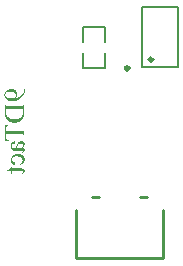
<source format=gbo>
G04 Layer: BottomSilkscreenLayer*
G04 EasyEDA Pro v2.2.25.6, 2024-08-18 10:38:01*
G04 Gerber Generator version 0.3*
G04 Scale: 100 percent, Rotated: No, Reflected: No*
G04 Dimensions in millimeters*
G04 Leading zeros omitted, absolute positions, 3 integers and 5 decimals*
%FSLAX35Y35*%
%MOMM*%
%ADD10C,0.254*%
%ADD11C,0.1524*%
%ADD12C,0.3*%
G75*


G04 Text Start*
G36*
G01X579550Y676804D02*
G01X579100Y676781D01*
G01X578698Y676899D01*
G01X578366Y677183D01*
G01X578129Y677657D01*
G01X577987Y678319D01*
G01X577940Y679172D01*
G01X577970Y679628D01*
G01X578059Y680048D01*
G01X578206Y680432D01*
G01X578414Y680782D01*
G01X578680Y681095D01*
G01X579005Y681374D01*
G01X579390Y681616D01*
G01X580710Y682226D01*
G01X581444Y682676D01*
G01X582036Y683173D01*
G01X582486Y683717D01*
G01X583338Y684759D01*
G01X584380Y685611D01*
G01X584900Y686037D01*
G01X585326Y686558D01*
G01X585658Y687174D01*
G01X585895Y687884D01*
G01X586652Y690535D01*
G01X586842Y691198D01*
G01X587220Y693092D01*
G01X587528Y695578D01*
G01X587505Y696691D01*
G01X587339Y697661D01*
G01X587203Y698093D01*
G01X586273Y699910D01*
G01X585516Y701142D01*
G01X585066Y701686D01*
G01X584474Y702183D01*
G01X583740Y702633D01*
G01X582864Y703035D01*
G01X580237Y704172D01*
G01X579455Y704551D01*
G01X579113Y704642D01*
G01X577515Y704808D01*
G01X558931Y705234D01*
G01X537410Y705308D01*
G01X496880Y705308D01*
G01X497259Y702657D01*
G01X497387Y701423D01*
G01X497584Y696679D01*
G01X497637Y690535D01*
G01X497543Y686321D01*
G01X497387Y684217D01*
G01X497210Y682826D01*
G01X496921Y681454D01*
G01X496637Y680649D01*
G01X496477Y680344D01*
G01X496306Y680104D01*
G01X495317Y679432D01*
G01X494418Y679077D01*
G01X493423Y678864D01*
G01X492334Y678793D01*
G01X491269Y678864D01*
G01X490346Y679077D01*
G01X489937Y679237D01*
G01X489564Y679432D01*
G01X489227Y679663D01*
G01X488925Y679929D01*
G01X488659Y680385D01*
G01X488428Y681184D01*
G01X488233Y682326D01*
G01X487948Y685641D01*
G01X487789Y693187D01*
G01X487789Y705308D01*
G01X452183Y705308D01*
G01X451739Y707658D01*
G01X451733Y708078D01*
G01X451786Y708463D01*
G01X451899Y708812D01*
G01X452070Y709126D01*
G01X452301Y709404D01*
G01X452591Y709647D01*
G01X452940Y709854D01*
G01X454183Y710422D01*
G01X456728Y711369D01*
G01X457770Y711748D01*
G01X458977Y712316D01*
G01X459545Y712695D01*
G01X460185Y713239D01*
G01X460705Y713547D01*
G01X461321Y713807D01*
G01X463452Y714494D01*
G01X464683Y715157D01*
G01X466008Y715914D01*
G01X468589Y717051D01*
G01X469637Y717619D01*
G01X470158Y717998D01*
G01X471714Y719323D01*
G01X473300Y720460D01*
G01X475099Y722069D01*
G01X477135Y723679D01*
G01X478272Y724816D01*
G01X479100Y725905D01*
G01X479550Y726331D01*
G01X480047Y726662D01*
G01X481136Y727136D01*
G01X481634Y727467D01*
G01X482083Y727893D01*
G01X482888Y728959D01*
G01X483835Y729906D01*
G01X484900Y730711D01*
G01X485327Y731160D01*
G01X485658Y731657D01*
G01X486108Y732747D01*
G01X486368Y733244D01*
G01X486676Y733693D01*
G01X487410Y734498D01*
G01X488546Y735990D01*
G01X490062Y738263D01*
G01X490819Y739588D01*
G01X491784Y741743D01*
G01X492026Y742145D01*
G01X492305Y742500D01*
G01X492618Y742808D01*
G01X492968Y743068D01*
G01X493352Y743281D01*
G01X493772Y743447D01*
G01X494228Y743566D01*
G01X494684Y743631D01*
G01X495104Y743637D01*
G01X495489Y743583D01*
G01X495838Y743471D01*
G01X496152Y743299D01*
G01X496430Y743068D01*
G01X496673Y742779D01*
G01X496880Y742429D01*
G01X497057Y741974D01*
G01X497341Y740601D01*
G01X497531Y738612D01*
G01X497637Y734475D01*
G01X497543Y729456D01*
G01X497387Y727762D01*
G01X497304Y727395D01*
G01X497448Y726615D01*
G01X498774Y726142D01*
G01X499166Y726096D01*
G01X508043Y725882D01*
G01X542334Y725763D01*
G01X582249Y725337D01*
G01X584510Y725183D01*
G01X585286Y725074D01*
G01X586273Y724650D01*
G01X587789Y724082D01*
G01X589327Y723632D01*
G01X590156Y723301D01*
G01X591032Y722874D01*
G01X591955Y722354D01*
G01X594986Y720460D01*
G01X595554Y720010D01*
G01X596122Y719418D01*
G01X596690Y718684D01*
G01X597258Y717808D01*
G01X598750Y715180D01*
G01X599152Y714399D01*
G01X600099Y712357D01*
G01X601591Y708788D01*
G01X601804Y708338D01*
G01X601969Y707770D01*
G01X602088Y706823D01*
G01X602182Y703793D01*
G01X602129Y701325D01*
G01X602035Y700094D01*
G01X601850Y699021D01*
G01X600667Y695838D01*
G01X600099Y694525D01*
G01X599342Y693104D01*
G01X598395Y691577D01*
G01X597235Y689446D01*
G01X596785Y688831D01*
G01X596288Y688310D01*
G01X595199Y687481D01*
G01X594252Y686535D01*
G01X592997Y684948D01*
G01X591955Y684096D01*
G01X590464Y682960D01*
G01X589611Y682178D01*
G01X589020Y681729D01*
G01X587410Y680687D01*
G01X585989Y679888D01*
G01X584569Y679195D01*
G01X582308Y678225D01*
G01X580888Y677467D01*
G01X580047Y676970D01*
G01X579550Y676804D01*
G37*
G36*
G01X559220Y754864D02*
G01X558740Y754858D01*
G01X558320Y754912D01*
G01X557959Y755024D01*
G01X557657Y755196D01*
G01X557415Y755426D01*
G01X557231Y755716D01*
G01X557107Y756066D01*
G01X557012Y756776D01*
G01X557107Y757391D01*
G01X557391Y757912D01*
G01X557865Y758338D01*
G01X559190Y759096D01*
G01X562315Y760475D01*
G01X563736Y761203D01*
G01X567311Y763239D01*
G01X569417Y764399D01*
G01X570163Y764967D01*
G01X571714Y766293D01*
G01X572803Y767074D01*
G01X573750Y768021D01*
G01X575004Y769607D01*
G01X576046Y770459D01*
G01X576591Y770886D01*
G01X577088Y771406D01*
G01X577538Y772022D01*
G01X578698Y774058D01*
G01X579266Y774804D01*
G01X579834Y775455D01*
G01X580592Y776781D01*
G01X581539Y778971D01*
G01X582296Y780391D01*
G01X582841Y781350D01*
G01X583148Y782202D01*
G01X583409Y783244D01*
G01X584001Y786747D01*
G01X584468Y788594D01*
G01X584664Y790156D01*
G01X584752Y792571D01*
G01X584758Y793566D01*
G01X584686Y796631D01*
G01X584508Y798336D01*
G01X584380Y798869D01*
G01X583243Y802278D01*
G01X582675Y803822D01*
G01X581917Y805385D01*
G01X580970Y806918D01*
G01X579787Y809120D01*
G01X579266Y809948D01*
G01X577940Y811747D01*
G01X577206Y812623D01*
G01X576520Y813357D01*
G01X575579Y814192D01*
G01X574247Y815156D01*
G01X572992Y816293D01*
G01X571501Y817429D01*
G01X569228Y818944D01*
G01X567902Y819702D01*
G01X564884Y821028D01*
G01X563463Y821785D01*
G01X561842Y822732D01*
G01X560137Y823490D01*
G01X556533Y824815D01*
G01X555970Y825005D01*
G01X551046Y826520D01*
G01X548951Y827035D01*
G01X546643Y827443D01*
G01X538925Y828414D01*
G01X536723Y828645D01*
G01X533125Y828787D01*
G01X532107Y828793D01*
G01X529041Y828720D01*
G01X527337Y828543D01*
G01X526804Y828414D01*
G01X525478Y828130D01*
G01X522874Y828012D01*
G01X521359Y827822D01*
G01X516955Y826520D01*
G01X515126Y825952D01*
G01X513617Y825384D01*
G01X510747Y824058D01*
G01X508456Y823087D01*
G01X507580Y822637D01*
G01X506752Y822140D01*
G01X503319Y819702D01*
G01X502277Y818850D01*
G01X501023Y817263D01*
G01X500076Y816316D01*
G01X498987Y815488D01*
G01X498489Y814967D01*
G01X498040Y814351D01*
G01X496880Y812221D01*
G01X495933Y810682D01*
G01X495365Y809475D01*
G01X494986Y808433D01*
G01X494607Y807202D01*
G01X494145Y805373D01*
G01X493956Y804331D01*
G01X493826Y802301D01*
G01X493636Y800976D01*
G01X493305Y799768D01*
G01X493116Y798253D01*
G01X493116Y796454D01*
G01X493305Y794939D01*
G01X494607Y790914D01*
G01X495009Y789872D01*
G01X495459Y789020D01*
G01X495956Y788357D01*
G01X496223Y788097D01*
G01X497045Y787481D01*
G01X497992Y786534D01*
G01X498821Y785469D01*
G01X499342Y785043D01*
G01X499957Y784711D01*
G01X501425Y784262D01*
G01X502940Y783693D01*
G01X504479Y783007D01*
G01X505308Y782770D01*
G01X506184Y782628D01*
G01X508007Y782557D01*
G01X509522Y782368D01*
G01X510776Y782012D01*
G01X512481Y781634D01*
G01X514659Y781184D01*
G01X515724Y780782D01*
G01X516742Y780237D01*
G01X517713Y779550D01*
G01X518589Y778769D01*
G01X519323Y777941D01*
G01X519915Y777065D01*
G01X520364Y776141D01*
G01X520879Y774721D01*
G01X521288Y773300D01*
G01X521501Y772354D01*
G01X522259Y768566D01*
G01X522436Y767252D01*
G01X522436Y766494D01*
G01X522341Y765831D01*
G01X522259Y765535D01*
G01X521122Y762505D01*
G01X520720Y761653D01*
G01X520270Y760990D01*
G01X520027Y760729D01*
G01X519773Y760516D01*
G01X519506Y760351D01*
G01X518684Y760019D01*
G01X518186Y759759D01*
G01X517737Y759451D01*
G01X516884Y758741D01*
G01X516293Y758433D01*
G01X515559Y758173D01*
G01X514683Y757960D01*
G01X512694Y757675D01*
G01X510516Y757581D01*
G01X508918Y757687D01*
G01X507971Y757877D01*
G01X507119Y758161D01*
G01X504686Y759285D01*
G01X502443Y760256D01*
G01X501709Y760706D01*
G01X501117Y761203D01*
G01X500668Y761748D01*
G01X500265Y762268D01*
G01X499815Y762694D01*
G01X499318Y763026D01*
G01X498229Y763499D01*
G01X497732Y763831D01*
G01X497282Y764257D01*
G01X496477Y765322D01*
G01X495530Y766269D01*
G01X494465Y767074D01*
G01X494039Y767524D01*
G01X493707Y768021D01*
G01X493234Y769157D01*
G01X492476Y770483D01*
G01X491156Y772354D01*
G01X490464Y773490D01*
G01X490062Y774247D01*
G01X489115Y776289D01*
G01X488546Y777657D01*
G01X487221Y781350D01*
G01X486842Y783244D01*
G01X486274Y786747D01*
G01X485895Y788263D01*
G01X485806Y788641D01*
G01X485664Y789967D01*
G01X485522Y794891D01*
G01X485516Y796596D01*
G01X485623Y802532D01*
G01X485806Y804550D01*
G01X486084Y805568D01*
G01X486463Y807273D01*
G01X486865Y809427D01*
G01X487126Y810422D01*
G01X487434Y811321D01*
G01X488736Y814168D01*
G01X489872Y816849D01*
G01X490630Y818270D01*
G01X491577Y819796D01*
G01X492760Y821998D01*
G01X493281Y822827D01*
G01X494607Y824626D01*
G01X496454Y827041D01*
G01X497282Y828201D01*
G01X498229Y829148D01*
G01X499815Y830403D01*
G01X501070Y831989D01*
G01X502017Y832936D01*
G01X503603Y834190D01*
G01X504455Y835232D01*
G01X504858Y835753D01*
G01X505308Y836179D01*
G01X505805Y836511D01*
G01X506941Y836984D01*
G01X508267Y837742D01*
G01X510137Y839061D01*
G01X511274Y839754D01*
G01X513452Y840914D01*
G01X515298Y842050D01*
G01X516008Y842429D01*
G01X517713Y843187D01*
G01X521317Y844512D01*
G01X521880Y844702D01*
G01X526804Y846217D01*
G01X528899Y846732D01*
G01X531207Y847140D01*
G01X538925Y848111D01*
G01X541233Y848342D01*
G01X545305Y848484D01*
G01X546501Y848490D01*
G01X550084Y848417D01*
G01X552002Y848240D01*
G01X552562Y848111D01*
G01X553201Y847945D01*
G01X554905Y847756D01*
G01X557959Y847637D01*
G01X559078Y847442D01*
G01X560019Y847164D01*
G01X561723Y846785D01*
G01X564777Y846217D01*
G01X569607Y844702D01*
G01X571690Y843944D01*
G01X575436Y842240D01*
G01X577727Y841269D01*
G01X578603Y840819D01*
G01X579432Y840322D01*
G01X582864Y837884D01*
G01X584995Y836321D01*
G01X588309Y833764D01*
G01X589469Y832936D01*
G01X590416Y831989D01*
G01X592381Y829314D01*
G01X593092Y828414D01*
G01X594690Y826490D01*
G01X596216Y824721D01*
G01X597258Y823111D01*
G01X598057Y821691D01*
G01X598750Y820270D01*
G01X599720Y818009D01*
G01X600478Y816589D01*
G01X601022Y815653D01*
G01X601330Y814872D01*
G01X601591Y813949D01*
G01X602182Y810895D01*
G01X603319Y807202D01*
G01X603485Y806397D01*
G01X603603Y805119D01*
G01X603698Y801141D01*
G01X603625Y797558D01*
G01X603448Y795640D01*
G01X603129Y794441D01*
G01X602751Y792737D01*
G01X602182Y789683D01*
G01X601804Y788263D01*
G01X600667Y785232D01*
G01X600099Y783918D01*
G01X599342Y782498D01*
G01X598395Y780971D01*
G01X596879Y778225D01*
G01X596311Y777479D01*
G01X594986Y775928D01*
G01X593849Y774342D01*
G01X592713Y773087D01*
G01X591576Y771596D01*
G01X590724Y770554D01*
G01X589683Y769702D01*
G01X587552Y768139D01*
G01X582864Y764399D01*
G01X581917Y763689D01*
G01X580970Y763073D01*
G01X580023Y762552D01*
G01X577763Y761558D01*
G01X576342Y760800D01*
G01X574720Y759853D01*
G01X573016Y759096D01*
G01X569228Y757581D01*
G01X567145Y756823D01*
G01X564683Y756066D01*
G01X562126Y755403D01*
G01X559758Y754929D01*
G01X559220Y754864D01*
G37*
G36*
G01X583433Y857770D02*
G01X582344Y857628D01*
G01X580970Y857580D01*
G01X579692Y857652D01*
G01X579230Y857740D01*
G01X578887Y857865D01*
G01X578662Y858024D01*
G01X578568Y858451D01*
G01X578698Y858717D01*
G01X579550Y859759D01*
G01X581136Y861013D01*
G01X582083Y861960D01*
G01X583243Y863546D01*
G01X584403Y864849D01*
G01X584853Y865440D01*
G01X585895Y867050D01*
G01X586392Y867997D01*
G01X586747Y868944D01*
G01X586960Y869891D01*
G01X587031Y870838D01*
G01X587007Y871300D01*
G01X586936Y871738D01*
G01X586818Y872152D01*
G01X586652Y872543D01*
G01X586439Y872910D01*
G01X586179Y873253D01*
G01X585871Y873573D01*
G01X584711Y874413D01*
G01X583811Y874910D01*
G01X582817Y875360D01*
G01X581728Y875762D01*
G01X581325Y875854D01*
G01X579810Y876020D01*
G01X569583Y876375D01*
G01X546880Y876520D01*
G01X514387Y876785D01*
G01X513304Y876870D01*
G01X512505Y877065D01*
G01X511652Y877183D01*
G01X507604Y877331D01*
G01X506255Y877490D01*
G01X503674Y878225D01*
G01X502206Y878627D01*
G01X500881Y879195D01*
G01X500289Y879550D01*
G01X498016Y881065D01*
G01X495885Y882628D01*
G01X494986Y883338D01*
G01X494110Y884096D01*
G01X493062Y885232D01*
G01X492541Y885990D01*
G01X491577Y887789D01*
G01X490440Y889636D01*
G01X490062Y890346D01*
G01X489304Y892050D01*
G01X488168Y895081D01*
G01X487031Y898868D01*
G01X486570Y900697D01*
G01X486380Y901739D01*
G01X486250Y903769D01*
G01X486060Y905095D01*
G01X485806Y906083D01*
G01X485664Y907551D01*
G01X485516Y915156D01*
G01X485636Y922254D01*
G01X485806Y924229D01*
G01X486084Y925289D01*
G01X486463Y927183D01*
G01X486865Y929668D01*
G01X487126Y930781D01*
G01X487605Y932184D01*
G01X488452Y934096D01*
G01X489138Y936345D01*
G01X489706Y937670D01*
G01X491955Y941293D01*
G01X492524Y942169D01*
G01X493376Y943216D01*
G01X493944Y943737D01*
G01X494773Y944347D01*
G01X495720Y945294D01*
G01X496880Y946880D01*
G01X497637Y947732D01*
G01X498584Y948584D01*
G01X499910Y949626D01*
G01X501520Y950762D01*
G01X503319Y951899D01*
G01X504290Y952419D01*
G01X505308Y952845D01*
G01X506373Y953177D01*
G01X509474Y953793D01*
G01X510895Y954171D01*
G01X511558Y954337D01*
G01X512410Y954455D01*
G01X514683Y954550D01*
G01X515961Y954479D01*
G01X517145Y954266D01*
G01X518234Y953911D01*
G01X519228Y953414D01*
G01X520489Y952615D01*
G01X521673Y951715D01*
G01X522282Y951070D01*
G01X522732Y950478D01*
G01X523774Y948868D01*
G01X524271Y947874D01*
G01X524626Y946785D01*
G01X524839Y945601D01*
G01X524910Y944323D01*
G01X524839Y943044D01*
G01X524626Y941861D01*
G01X524271Y940772D01*
G01X523774Y939777D01*
G01X523182Y938878D01*
G01X522205Y937706D01*
G01X521495Y937043D01*
G01X520317Y936203D01*
G01X519418Y935706D01*
G01X518423Y935256D01*
G01X517334Y934853D01*
G01X515938Y934522D01*
G01X514020Y934285D01*
G01X510167Y934107D01*
G01X508622Y934096D01*
G01X505115Y934022D01*
G01X503509Y933906D01*
G01X502105Y933704D01*
G01X501531Y933556D01*
G01X501209Y933430D01*
G01X498774Y931823D01*
G01X497732Y930970D01*
G01X496880Y929929D01*
G01X495365Y927656D01*
G01X494607Y926330D01*
G01X493849Y924626D01*
G01X493518Y923655D01*
G01X493281Y922637D01*
G01X493139Y921572D01*
G01X493068Y919418D01*
G01X492944Y918210D01*
G01X492802Y917642D01*
G01X492571Y917026D01*
G01X492524Y916577D01*
G01X492571Y916079D01*
G01X492879Y914919D01*
G01X493068Y913404D01*
G01X493139Y911581D01*
G01X493281Y910706D01*
G01X493518Y909877D01*
G01X493849Y909096D01*
G01X494944Y907054D01*
G01X495743Y905687D01*
G01X496311Y904810D01*
G01X497164Y903763D01*
G01X497732Y903242D01*
G01X499508Y901899D01*
G01X500360Y901141D01*
G01X501686Y900384D01*
G01X502562Y900005D01*
G01X506917Y898490D01*
G01X508622Y898111D01*
G01X512410Y897353D01*
G01X513617Y897187D01*
G01X516405Y897028D01*
G01X520364Y896974D01*
G01X526425Y896974D01*
G01X526772Y898016D01*
G01X534474Y898016D01*
G01X534687Y897614D01*
G01X535137Y897353D01*
G01X535723Y897264D01*
G01X541103Y897069D01*
G01X541103Y897069D01*
G01X556728Y896974D01*
G01X571833Y897241D01*
G01X574929Y897464D01*
G01X576714Y897725D01*
G01X577153Y897845D01*
G01X577482Y898007D01*
G01X577774Y898655D01*
G01X578035Y899152D01*
G01X578343Y899602D01*
G01X579077Y900407D01*
G01X580213Y901899D01*
G01X581728Y904171D01*
G01X583622Y907202D01*
G01X584421Y908622D01*
G01X585113Y910043D01*
G01X586652Y913617D01*
G01X587386Y915275D01*
G01X587694Y916387D01*
G01X587954Y917737D01*
G01X588167Y919323D01*
G01X588330Y921232D01*
G01X588345Y922696D01*
G01X588250Y923549D01*
G01X588167Y923868D01*
G01X587789Y925194D01*
G01X587173Y927775D01*
G01X586842Y928508D01*
G01X586640Y928822D01*
G01X586415Y929100D01*
G01X586167Y929343D01*
G01X585374Y929953D01*
G01X584948Y930403D01*
G01X584616Y930900D01*
G01X584095Y932012D01*
G01X583622Y932580D01*
G01X582959Y933149D01*
G01X582107Y933717D01*
G01X579077Y935611D01*
G01X577656Y936368D01*
G01X575667Y937126D01*
G01X573910Y937641D01*
G01X572045Y938049D01*
G01X570743Y938262D01*
G01X568281Y938546D01*
G01X565298Y938617D01*
G01X563783Y938428D01*
G01X559758Y937126D01*
G01X558717Y936747D01*
G01X557509Y936179D01*
G01X556941Y935800D01*
G01X556326Y935232D01*
G01X554834Y934096D01*
G01X554242Y933646D01*
G01X553603Y933054D01*
G01X552917Y932320D01*
G01X551449Y930568D01*
G01X550762Y929834D01*
G01X549821Y929000D01*
G01X549010Y928390D01*
G01X548584Y927940D01*
G01X548253Y927443D01*
G01X547803Y926354D01*
G01X547542Y925857D01*
G01X547235Y925407D01*
G01X546501Y924579D01*
G01X545743Y923442D01*
G01X544607Y921312D01*
G01X543471Y919465D01*
G01X543092Y918755D01*
G01X541713Y915630D01*
G01X540985Y914209D01*
G01X539919Y912339D01*
G01X539493Y911463D01*
G01X539162Y910634D01*
G01X538452Y908338D01*
G01X537220Y905580D01*
G01X536274Y903035D01*
G01X535516Y900952D01*
G01X534758Y899247D01*
G01X534498Y898561D01*
G01X534474Y898016D01*
G01X526772Y898016D01*
G01X528698Y903793D01*
G01X529455Y905876D01*
G01X530781Y908823D01*
G01X531728Y911368D01*
G01X532486Y913452D01*
G01X533811Y916399D01*
G01X534758Y918944D01*
G01X535327Y920489D01*
G01X536084Y922051D01*
G01X536629Y922945D01*
G01X537197Y924271D01*
G01X537883Y926425D01*
G01X538546Y927656D01*
G01X539304Y928982D01*
G01X540630Y932000D01*
G01X541387Y933421D01*
G01X543471Y936747D01*
G01X545743Y940535D01*
G01X547637Y943565D01*
G01X549200Y945696D01*
G01X550644Y947472D01*
G01X551330Y948205D01*
G01X552271Y949040D01*
G01X553106Y949650D01*
G01X554053Y950597D01*
G01X554905Y951709D01*
G01X555497Y952277D01*
G01X556231Y952845D01*
G01X557107Y953414D01*
G01X561463Y956065D01*
G01X563168Y956823D01*
G01X564588Y957338D01*
G01X566008Y957746D01*
G01X566955Y957959D01*
G01X570743Y958717D01*
G01X572732Y959001D01*
G01X574910Y959096D01*
G01X576899Y959001D01*
G01X578017Y958806D01*
G01X578982Y958527D01*
G01X580876Y958148D01*
G01X583338Y957746D01*
G01X584829Y957338D01*
G01X585587Y957006D01*
G01X587220Y956065D01*
G01X589872Y954882D01*
G01X590819Y954361D01*
G01X591766Y953745D01*
G01X592713Y953035D01*
G01X593589Y952301D01*
G01X594323Y951615D01*
G01X595157Y950673D01*
G01X596122Y949342D01*
G01X597282Y948040D01*
G01X597732Y947448D01*
G01X598774Y945838D01*
G01X599318Y944867D01*
G01X599815Y943849D01*
G01X600265Y942784D01*
G01X601466Y939422D01*
G01X601804Y938641D01*
G01X601969Y937931D01*
G01X602088Y936558D01*
G01X602182Y931823D01*
G01X602088Y926993D01*
G01X601893Y924987D01*
G01X601804Y924626D01*
G01X600667Y921217D01*
G01X599910Y919134D01*
G01X598531Y916293D01*
G01X597803Y915156D01*
G01X591576Y906444D01*
G01X590014Y904313D01*
G01X586652Y900005D01*
G01X586179Y899271D01*
G01X586013Y898922D01*
G01X585895Y898584D01*
G01X585824Y898259D01*
G01X585800Y897945D01*
G01X585824Y897643D01*
G01X585895Y897353D01*
G01X586250Y896856D01*
G01X586936Y896501D01*
G01X587954Y896288D01*
G01X590724Y896169D01*
G01X592500Y895921D01*
G01X593447Y895637D01*
G01X593849Y895459D01*
G01X597590Y893542D01*
G01X598205Y893092D01*
G01X598726Y892595D01*
G01X599152Y892050D01*
G01X600667Y889777D01*
G01X601022Y889162D01*
G01X601330Y888452D01*
G01X601591Y887647D01*
G01X601804Y886747D01*
G01X601969Y885753D01*
G01X602088Y884664D01*
G01X602182Y882202D01*
G01X602129Y880426D01*
G01X601969Y879077D01*
G01X601804Y878414D01*
G01X600667Y875384D01*
G01X599910Y873774D01*
G01X599531Y873182D01*
G01X598750Y872282D01*
G01X598300Y871690D01*
G01X596690Y869205D01*
G01X595838Y868157D01*
G01X595270Y867636D01*
G01X594441Y867026D01*
G01X593494Y866080D01*
G01X592239Y864493D01*
G01X590653Y863239D01*
G01X589706Y862292D01*
G01X588878Y861203D01*
G01X588357Y860706D01*
G01X587741Y860256D01*
G01X585705Y859096D01*
G01X584959Y858528D01*
G01X584758Y858338D01*
G01X584238Y858007D01*
G01X583433Y857770D01*
G37*
G36*
G01X466435Y956846D02*
G01X464304Y956823D01*
G01X456313Y956956D01*
G01X454485Y957113D01*
G01X454156Y957178D01*
G01X453343Y957367D01*
G01X452277Y957486D01*
G01X449153Y957580D01*
G01X446684Y957634D01*
G01X445454Y957728D01*
G01X444381Y957913D01*
G01X443897Y958048D01*
G01X442334Y958243D01*
G01X439920Y958332D01*
G01X434759Y958338D01*
G01X434759Y1093944D01*
G01X440819Y1093944D01*
G01X445649Y1094038D01*
G01X447655Y1094234D01*
G01X448016Y1094322D01*
G01X448892Y1094488D01*
G01X450384Y1094607D01*
G01X460043Y1094796D01*
G01X462049Y1094991D01*
G01X462410Y1095080D01*
G01X463144Y1095246D01*
G01X464209Y1095364D01*
G01X467334Y1095459D01*
G01X469749Y1095512D01*
G01X471110Y1095638D01*
G01X471643Y1095749D01*
G01X472543Y1095648D01*
G01X473016Y1094322D01*
G01X473194Y1093062D01*
G01X473194Y1092399D01*
G01X473158Y1092121D01*
G01X473016Y1091671D01*
G01X472637Y1091316D01*
G01X471880Y1091008D01*
G01X470743Y1090748D01*
G01X467642Y1090322D01*
G01X465707Y1089913D01*
G01X464712Y1089582D01*
G01X462694Y1088735D01*
G01X460427Y1088155D01*
G01X459528Y1087871D01*
G01X458675Y1087493D01*
G01X457871Y1087019D01*
G01X455876Y1085610D01*
G01X453201Y1083906D01*
G01X452153Y1083054D01*
G01X451632Y1082486D01*
G01X448987Y1078768D01*
G01X448490Y1077940D01*
G01X448040Y1077064D01*
G01X447637Y1076141D01*
G01X447282Y1075146D01*
G01X446974Y1074057D01*
G01X446714Y1072874D01*
G01X446501Y1071595D01*
G01X446270Y1069553D01*
G01X446146Y1067405D01*
G01X446069Y1063907D01*
G01X445909Y1062433D01*
G01X445743Y1061747D01*
G01X445655Y1061309D01*
G01X445513Y1059510D01*
G01X445365Y1049626D01*
G01X445365Y1038641D01*
G01X513925Y1038641D01*
G01X582929Y1038957D01*
G01X583552Y1039005D01*
G01X587575Y1040351D01*
G01X588523Y1040777D01*
G01X589280Y1041251D01*
G01X589588Y1041505D01*
G01X589848Y1041772D01*
G01X590440Y1042571D01*
G01X590819Y1042997D01*
G01X591198Y1043328D01*
G01X591955Y1043849D01*
G01X592334Y1044323D01*
G01X592713Y1044985D01*
G01X593092Y1045838D01*
G01X594607Y1049626D01*
G01X594938Y1050762D01*
G01X595175Y1052277D01*
G01X595317Y1054171D01*
G01X595364Y1056444D01*
G01X595364Y1061368D01*
G01X598134Y1061865D01*
G01X598868Y1061841D01*
G01X599182Y1061776D01*
G01X599460Y1061676D01*
G01X599703Y1061540D01*
G01X599910Y1061368D01*
G01X600087Y1060658D01*
G01X600371Y1056112D01*
G01X600667Y1026520D01*
G01X600667Y992429D01*
G01X598774Y992050D01*
G01X597513Y991873D01*
G01X596850Y991873D01*
G01X596572Y991908D01*
G01X596122Y992050D01*
G01X595791Y992571D01*
G01X595554Y993754D01*
G01X595412Y995601D01*
G01X595290Y1001255D01*
G01X595175Y1002751D01*
G01X594938Y1004290D01*
G01X594699Y1005102D01*
G01X593092Y1008338D01*
G01X592666Y1009072D01*
G01X592145Y1009758D01*
G01X591529Y1010398D01*
G01X590819Y1010989D01*
G01X590038Y1011534D01*
G01X589209Y1012031D01*
G01X588333Y1012481D01*
G01X587410Y1012883D01*
G01X586415Y1013239D01*
G01X585326Y1013546D01*
G01X584143Y1013806D01*
G01X582864Y1014020D01*
G01X580823Y1014250D01*
G01X578674Y1014375D01*
G01X575176Y1014452D01*
G01X573702Y1014611D01*
G01X573016Y1014777D01*
G01X572634Y1014823D01*
G01X509380Y1015156D01*
G01X450748Y1014537D01*
G01X447631Y1014324D01*
G01X446534Y1014174D01*
G01X446210Y1014081D01*
G01X445945Y1013552D01*
G01X445791Y1012718D01*
G01X445554Y1009948D01*
G01X445365Y1000005D01*
G01X445536Y987999D01*
G01X445676Y986306D01*
G01X445732Y986028D01*
G01X445909Y985374D01*
G01X446098Y983859D01*
G01X446217Y981255D01*
G01X446412Y980225D01*
G01X446501Y979929D01*
G01X447637Y976898D01*
G01X448206Y975585D01*
G01X448963Y974164D01*
G01X450668Y971595D01*
G01X451520Y970554D01*
G01X452562Y969702D01*
G01X454053Y968565D01*
G01X454905Y967784D01*
G01X455497Y967334D01*
G01X457107Y966292D01*
G01X458078Y965748D01*
G01X459096Y965251D01*
G01X460161Y964801D01*
G01X461274Y964399D01*
G01X466198Y962883D01*
G01X468027Y962422D01*
G01X469068Y962232D01*
G01X470365Y962126D01*
G01X471075Y962055D01*
G01X471690Y961842D01*
G01X472211Y961487D01*
G01X472637Y960989D01*
G01X472969Y960398D01*
G01X473206Y959758D01*
G01X473348Y959072D01*
G01X473395Y958338D01*
G01X473253Y957983D01*
G01X472827Y957675D01*
G01X472116Y957415D01*
G01X471122Y957202D01*
G01X469844Y957036D01*
G01X466435Y956846D01*
G37*
G36*
G01X525324Y1113031D02*
G01X515440Y1112883D01*
G01X505556Y1113031D01*
G01X503619Y1113194D01*
G01X502680Y1113451D01*
G01X500975Y1113830D01*
G01X497921Y1114398D01*
G01X495838Y1114967D01*
G01X493944Y1115345D01*
G01X491458Y1115748D01*
G01X490346Y1116008D01*
G01X488943Y1116487D01*
G01X487718Y1117050D01*
G01X486209Y1117618D01*
G01X483101Y1118589D01*
G01X481918Y1119038D01*
G01X480829Y1119535D01*
G01X478520Y1120826D01*
G01X477100Y1121489D01*
G01X475668Y1122069D01*
G01X473916Y1123110D01*
G01X473206Y1123489D01*
G01X470625Y1124625D01*
G01X469577Y1125194D01*
G01X469056Y1125573D01*
G01X467500Y1126898D01*
G01X462410Y1130307D01*
G01X461368Y1131160D01*
G01X460114Y1132746D01*
G01X459167Y1133693D01*
G01X457580Y1134947D01*
G01X456326Y1136534D01*
G01X455379Y1137481D01*
G01X454266Y1138333D01*
G01X453698Y1138925D01*
G01X453130Y1139659D01*
G01X451763Y1141795D01*
G01X450863Y1142979D01*
G01X449531Y1144535D01*
G01X447637Y1147353D01*
G01X446880Y1148678D01*
G01X445743Y1151259D01*
G01X445175Y1152307D01*
G01X444796Y1152827D01*
G01X444228Y1153508D01*
G01X443850Y1154171D01*
G01X443471Y1155023D01*
G01X442334Y1158148D01*
G01X441222Y1160658D01*
G01X440914Y1161557D01*
G01X440653Y1162552D01*
G01X440227Y1164706D01*
G01X439819Y1166038D01*
G01X439488Y1166748D01*
G01X438973Y1167665D01*
G01X438736Y1168375D01*
G01X438594Y1169180D01*
G01X438523Y1170980D01*
G01X438333Y1172495D01*
G01X437978Y1173773D01*
G01X437600Y1175667D01*
G01X437031Y1179171D01*
G01X436487Y1181325D01*
G01X436297Y1183030D01*
G01X436179Y1186084D01*
G01X435984Y1187202D01*
G01X435806Y1187848D01*
G01X435611Y1189587D01*
G01X435444Y1197148D01*
G01X435266Y1199066D01*
G01X435137Y1199625D01*
G01X435092Y1199917D01*
G01X434938Y1204072D01*
G01X434926Y1206444D01*
G01X444039Y1206444D01*
G01X444086Y1205402D01*
G01X444459Y1202129D01*
G01X444583Y1199980D01*
G01X444654Y1197068D01*
G01X444903Y1195293D01*
G01X445187Y1194346D01*
G01X445696Y1193186D01*
G01X445933Y1192428D01*
G01X446075Y1191671D01*
G01X446146Y1190179D01*
G01X446335Y1188854D01*
G01X446880Y1186936D01*
G01X447472Y1184332D01*
G01X447880Y1183160D01*
G01X448211Y1182497D01*
G01X448750Y1181609D01*
G01X449318Y1180283D01*
G01X450005Y1178129D01*
G01X450668Y1176898D01*
G01X451425Y1175572D01*
G01X452562Y1172992D01*
G01X453130Y1171944D01*
G01X453509Y1171423D01*
G01X454550Y1170175D01*
G01X456391Y1167304D01*
G01X457290Y1166120D01*
G01X458622Y1164564D01*
G01X459403Y1163475D01*
G01X460350Y1162528D01*
G01X461937Y1161273D01*
G01X462789Y1160231D01*
G01X463239Y1159663D01*
G01X463830Y1159095D01*
G01X464564Y1158527D01*
G01X466316Y1157391D01*
G01X467364Y1156538D01*
G01X467885Y1155970D01*
G01X468542Y1155141D01*
G01X469133Y1154644D01*
G01X469867Y1154195D01*
G01X471619Y1153390D01*
G01X472353Y1152940D01*
G01X472945Y1152443D01*
G01X473395Y1151898D01*
G01X473845Y1151377D01*
G01X474436Y1150951D01*
G01X475171Y1150620D01*
G01X477307Y1150046D01*
G01X477970Y1149761D01*
G01X478491Y1149430D01*
G01X479172Y1148868D01*
G01X479834Y1148489D01*
G01X480687Y1148110D01*
G01X483273Y1147163D01*
G01X484835Y1146406D01*
G01X485777Y1145861D01*
G01X486558Y1145553D01*
G01X487481Y1145293D01*
G01X490535Y1144701D01*
G01X495365Y1143186D01*
G01X496572Y1142831D01*
G01X497921Y1142523D01*
G01X500212Y1142150D01*
G01X501046Y1142050D01*
G01X504839Y1141708D01*
G01X507391Y1141576D01*
G01X508622Y1141292D01*
G01X509036Y1141203D01*
G01X509036Y1141203D01*
G01X510646Y1141061D01*
G01X519228Y1140913D01*
G01X527536Y1141047D01*
G01X529420Y1141203D01*
G01X529755Y1141269D01*
G01X530473Y1141458D01*
G01X532178Y1141647D01*
G01X535232Y1141766D01*
G01X536350Y1141961D01*
G01X537978Y1142429D01*
G01X541387Y1143186D01*
G01X546501Y1144701D01*
G01X549519Y1145648D01*
G01X551046Y1146216D01*
G01X554834Y1147732D01*
G01X556255Y1148353D01*
G01X557675Y1149081D01*
G01X558622Y1149625D01*
G01X562410Y1151898D01*
G01X563830Y1152804D01*
G01X566198Y1154550D01*
G01X569986Y1157580D01*
G01X570861Y1158314D01*
G01X571596Y1159000D01*
G01X572430Y1159942D01*
G01X573039Y1160776D01*
G01X573987Y1161723D01*
G01X575573Y1162978D01*
G01X576425Y1164019D01*
G01X577987Y1166150D01*
G01X580544Y1169465D01*
G01X580970Y1170080D01*
G01X581728Y1171311D01*
G01X583243Y1174152D01*
G01X584380Y1175998D01*
G01X584758Y1176709D01*
G01X586652Y1181041D01*
G01X587386Y1182604D01*
G01X587954Y1184308D01*
G01X588546Y1186936D01*
G01X589304Y1189587D01*
G01X589683Y1191292D01*
G01X590440Y1195837D01*
G01X590724Y1198394D01*
G01X590843Y1201827D01*
G01X591032Y1203532D01*
G01X591198Y1204171D01*
G01X591363Y1204834D01*
G01X591482Y1205686D01*
G01X591576Y1207959D01*
G01X591553Y1209142D01*
G01X591429Y1210385D01*
G01X591363Y1210657D01*
G01X591198Y1210989D01*
G01X591032Y1211439D01*
G01X590913Y1212409D01*
G01X590819Y1215913D01*
G01X590746Y1219238D01*
G01X590569Y1221049D01*
G01X590440Y1221595D01*
G01X590156Y1222921D01*
G01X590038Y1225525D01*
G01X589848Y1227040D01*
G01X589114Y1229573D01*
G01X588925Y1230307D01*
G01X588604Y1230491D01*
G01X587735Y1230662D01*
G01X584356Y1230970D01*
G01X542048Y1231769D01*
G01X518092Y1231822D01*
G01X447637Y1231822D01*
G01X447259Y1229171D01*
G01X446501Y1224625D01*
G01X445879Y1221962D01*
G01X445365Y1220080D01*
G01X445033Y1218659D01*
G01X444796Y1217050D01*
G01X444654Y1215250D01*
G01X444535Y1210196D01*
G01X444357Y1208491D01*
G01X444228Y1207959D01*
G01X444086Y1207296D01*
G01X444039Y1206444D01*
G01X434926Y1206444D01*
G01X434759Y1240156D01*
G01X434759Y1279549D01*
G01X439304Y1279549D01*
G01X439683Y1276898D01*
G01X439914Y1274696D01*
G01X440056Y1271098D01*
G01X440109Y1268162D01*
G01X440301Y1266231D01*
G01X440562Y1265059D01*
G01X440727Y1264598D01*
G01X441577Y1262977D01*
G01X442334Y1261747D01*
G01X443281Y1260610D01*
G01X444607Y1259474D01*
G01X445412Y1258929D01*
G01X446312Y1258432D01*
G01X447306Y1257982D01*
G01X448395Y1257580D01*
G01X449602Y1257225D01*
G01X450952Y1256917D01*
G01X453242Y1256544D01*
G01X454077Y1256444D01*
G01X457419Y1256315D01*
G01X519607Y1256065D01*
G01X582115Y1256376D01*
G01X582797Y1256429D01*
G01X584190Y1256822D01*
G01X586818Y1257438D01*
G01X587694Y1257769D01*
G01X588523Y1258195D01*
G01X589304Y1258716D01*
G01X590630Y1259758D01*
G01X591576Y1260610D01*
G01X591955Y1261060D01*
G01X592713Y1262386D01*
G01X593092Y1263262D01*
G01X594417Y1266866D01*
G01X594784Y1268032D01*
G01X594938Y1268707D01*
G01X595175Y1270269D01*
G01X595317Y1272116D01*
G01X595364Y1274246D01*
G01X595364Y1278792D01*
G01X598134Y1279289D01*
G01X598868Y1279265D01*
G01X599182Y1279200D01*
G01X599460Y1279100D01*
G01X599703Y1278963D01*
G01X599910Y1278792D01*
G01X600002Y1278539D01*
G01X600087Y1277969D01*
G01X600309Y1274360D01*
G01X600667Y1236747D01*
G01X600383Y1195332D01*
G01X600312Y1194432D01*
G01X600099Y1193660D01*
G01X599720Y1191765D01*
G01X599531Y1190534D01*
G01X599247Y1188072D01*
G01X599129Y1185089D01*
G01X598939Y1183574D01*
G01X598608Y1182367D01*
G01X598418Y1181041D01*
G01X598347Y1179550D01*
G01X598205Y1178792D01*
G01X597969Y1178034D01*
G01X597460Y1176898D01*
G01X597175Y1176141D01*
G01X596986Y1175383D01*
G01X596891Y1174625D01*
G01X596785Y1172826D01*
G01X596122Y1170269D01*
G01X595530Y1167665D01*
G01X595122Y1166493D01*
G01X594790Y1165831D01*
G01X594252Y1164919D01*
G01X593944Y1164209D01*
G01X593684Y1163404D01*
G01X593257Y1161604D01*
G01X592849Y1160433D01*
G01X592517Y1159770D01*
G01X591576Y1158148D01*
G01X590197Y1155023D01*
G01X589469Y1153603D01*
G01X587433Y1150028D01*
G01X586410Y1148110D01*
G01X585682Y1146974D01*
G01X583243Y1143565D01*
G01X581681Y1141434D01*
G01X580237Y1139659D01*
G01X579550Y1138925D01*
G01X578609Y1138090D01*
G01X577774Y1137481D01*
G01X576827Y1136534D01*
G01X575573Y1134947D01*
G01X574531Y1134095D01*
G01X573039Y1132959D01*
G01X571288Y1131444D01*
G01X570199Y1130662D01*
G01X569252Y1129716D01*
G01X568447Y1128650D01*
G01X567997Y1128224D01*
G01X567500Y1127893D01*
G01X566363Y1127419D01*
G01X565038Y1126661D01*
G01X563168Y1125342D01*
G01X562031Y1124649D01*
G01X559853Y1123489D01*
G01X558007Y1122353D01*
G01X557296Y1121974D01*
G01X554278Y1120648D01*
G01X552857Y1119891D01*
G01X551946Y1119346D01*
G01X551236Y1119038D01*
G01X550431Y1118778D01*
G01X548631Y1118352D01*
G01X547460Y1117943D01*
G01X546797Y1117612D01*
G01X545838Y1117073D01*
G01X544986Y1116766D01*
G01X543944Y1116505D01*
G01X540440Y1115913D01*
G01X538925Y1115534D01*
G01X535516Y1114398D01*
G01X534380Y1114067D01*
G01X533243Y1113830D01*
G01X532107Y1113688D01*
G01X529905Y1113617D01*
G01X528201Y1113428D01*
G01X527562Y1113262D01*
G01X527123Y1113173D01*
G01X525324Y1113031D01*
G37*
G36*
G01X509960Y1294849D02*
G01X498774Y1294701D01*
G01X487261Y1294864D01*
G01X485450Y1295012D01*
G01X485176Y1295068D01*
G01X483812Y1295458D01*
G01X482107Y1295837D01*
G01X478319Y1296595D01*
G01X476899Y1296932D01*
G01X475478Y1297376D01*
G01X472448Y1298489D01*
G01X468210Y1299815D01*
G01X466861Y1300383D01*
G01X465583Y1301140D01*
G01X464872Y1301519D01*
G01X461854Y1302845D01*
G01X460433Y1303602D01*
G01X457107Y1305686D01*
G01X455687Y1306591D01*
G01X453319Y1308337D01*
G01X450904Y1310184D01*
G01X448158Y1312172D01*
G01X446383Y1313617D01*
G01X445649Y1314303D01*
G01X444814Y1315244D01*
G01X444205Y1316079D01*
G01X443258Y1317026D01*
G01X442192Y1317830D01*
G01X441766Y1318280D01*
G01X441435Y1318778D01*
G01X440985Y1319867D01*
G01X440725Y1320364D01*
G01X440417Y1320813D01*
G01X439209Y1322258D01*
G01X438168Y1323868D01*
G01X436676Y1326495D01*
G01X436274Y1327276D01*
G01X435327Y1329318D01*
G01X434759Y1330686D01*
G01X433243Y1335042D01*
G01X432243Y1339410D01*
G01X431728Y1341292D01*
G01X431397Y1342736D01*
G01X431160Y1344417D01*
G01X431018Y1346334D01*
G01X430971Y1348489D01*
G01X431015Y1350424D01*
G01X439505Y1350424D01*
G01X439505Y1349382D01*
G01X439683Y1347731D01*
G01X440440Y1343564D01*
G01X440914Y1341765D01*
G01X441577Y1340155D01*
G01X442334Y1338735D01*
G01X444607Y1335231D01*
G01X445459Y1334189D01*
G01X447046Y1332935D01*
G01X447993Y1331988D01*
G01X448845Y1330899D01*
G01X449436Y1330402D01*
G01X450171Y1329952D01*
G01X451922Y1329171D01*
G01X452970Y1328602D01*
G01X453491Y1328224D01*
G01X454124Y1327655D01*
G01X455260Y1326898D01*
G01X455971Y1326519D01*
G01X458013Y1325572D01*
G01X459380Y1325004D01*
G01X469228Y1321595D01*
G01X470554Y1321216D01*
G01X472259Y1320837D01*
G01X476046Y1320080D01*
G01X478710Y1319458D01*
G01X480592Y1318943D01*
G01X482012Y1318612D01*
G01X483622Y1318375D01*
G01X485421Y1318233D01*
G01X490476Y1318113D01*
G01X492180Y1317936D01*
G01X492713Y1317807D01*
G01X493328Y1317665D01*
G01X493328Y1317665D01*
G01X494039Y1317618D01*
G01X494844Y1317665D01*
G01X496880Y1317973D01*
G01X499294Y1318132D01*
G01X506145Y1318258D01*
G01X508063Y1318436D01*
G01X508622Y1318565D01*
G01X509332Y1318754D01*
G01X511605Y1319133D01*
G01X516404Y1319748D01*
G01X518092Y1320080D01*
G01X518778Y1320316D01*
G01X519323Y1320648D01*
G01X519725Y1321074D01*
G01X520222Y1322187D01*
G01X520980Y1323512D01*
G01X522448Y1325667D01*
G01X522910Y1326608D01*
G01X523489Y1328034D01*
G01X524507Y1329786D01*
G01X524815Y1330496D01*
G01X525076Y1331301D01*
G01X525502Y1333100D01*
G01X525910Y1334272D01*
G01X526242Y1334935D01*
G01X526609Y1335551D01*
G01X526940Y1336403D01*
G01X527224Y1337539D01*
G01X527562Y1339777D01*
G01X527940Y1342618D01*
G01X528272Y1344171D01*
G01X528485Y1344938D01*
G01X528674Y1346453D01*
G01X528674Y1348205D01*
G01X528603Y1348868D01*
G01X528485Y1349341D01*
G01X528319Y1349625D01*
G01X528153Y1349909D01*
G01X528035Y1350383D01*
G01X527922Y1352371D01*
G01X527781Y1353318D01*
G01X527496Y1354265D01*
G01X527070Y1355212D01*
G01X525312Y1358314D01*
G01X524152Y1360420D01*
G01X523584Y1361166D01*
G01X522259Y1362717D01*
G01X521454Y1363806D01*
G01X520933Y1364303D01*
G01X520317Y1364753D01*
G01X518281Y1365913D01*
G01X517535Y1366481D01*
G01X516908Y1367049D01*
G01X515772Y1367807D01*
G01X513641Y1368943D01*
G01X511771Y1370080D01*
G01X510990Y1370458D01*
G01X509001Y1371216D01*
G01X506917Y1371973D01*
G01X504432Y1373086D01*
G01X502727Y1373654D01*
G01X500099Y1374246D01*
G01X498111Y1374814D01*
G01X496217Y1375193D01*
G01X494986Y1375383D01*
G01X489683Y1376140D01*
G01X488435Y1376269D01*
G01X483557Y1376466D01*
G01X477183Y1376519D01*
G01X468559Y1376385D01*
G01X466618Y1376229D01*
G01X466277Y1376163D01*
G01X465535Y1375951D01*
G01X463641Y1375572D01*
G01X461179Y1375169D01*
G01X459687Y1374761D01*
G01X458930Y1374430D01*
G01X457391Y1373583D01*
G01X455592Y1373003D01*
G01X454834Y1372719D01*
G01X454077Y1372340D01*
G01X451804Y1370796D01*
G01X450668Y1370103D01*
G01X449200Y1369298D01*
G01X448584Y1368848D01*
G01X448064Y1368351D01*
G01X447235Y1367262D01*
G01X446288Y1366315D01*
G01X445223Y1365510D01*
G01X444796Y1365061D01*
G01X444465Y1364563D01*
G01X443991Y1363427D01*
G01X443234Y1362101D01*
G01X442192Y1360586D01*
G01X441766Y1359758D01*
G01X441435Y1358882D01*
G01X440819Y1356254D01*
G01X440062Y1353602D01*
G01X439600Y1351418D01*
G01X439505Y1350424D01*
G01X431015Y1350424D01*
G01X431018Y1350572D01*
G01X431116Y1351886D01*
G01X431397Y1353602D01*
G01X431637Y1354348D01*
G01X432060Y1355307D01*
G01X432297Y1356064D01*
G01X432439Y1356822D01*
G01X432510Y1358314D01*
G01X432699Y1359639D01*
G01X432865Y1360231D01*
G01X434001Y1363640D01*
G01X434569Y1365185D01*
G01X435327Y1366747D01*
G01X436179Y1368185D01*
G01X436866Y1369890D01*
G01X437434Y1371026D01*
G01X439304Y1373867D01*
G01X440440Y1375359D01*
G01X441955Y1377111D01*
G01X442737Y1378200D01*
G01X443684Y1379147D01*
G01X445270Y1380402D01*
G01X446122Y1381443D01*
G01X446572Y1382011D01*
G01X447164Y1382579D01*
G01X447898Y1383148D01*
G01X449650Y1384284D01*
G01X450697Y1385136D01*
G01X451218Y1385705D01*
G01X451828Y1386510D01*
G01X452277Y1386936D01*
G01X452775Y1387267D01*
G01X453887Y1387717D01*
G01X455024Y1388285D01*
G01X456823Y1389398D01*
G01X459664Y1390913D01*
G01X461510Y1392049D01*
G01X462221Y1392428D01*
G01X463925Y1393185D01*
G01X467530Y1394511D01*
G01X470175Y1395458D01*
G01X472259Y1396393D01*
G01X473016Y1396677D01*
G01X473774Y1396867D01*
G01X474531Y1396962D01*
G01X476331Y1397068D01*
G01X478224Y1397542D01*
G01X480118Y1397920D01*
G01X481349Y1398110D01*
G01X483717Y1398394D01*
G01X486250Y1398512D01*
G01X487576Y1398702D01*
G01X488878Y1399033D01*
G01X489872Y1399151D01*
G01X492713Y1399246D01*
G01X494950Y1399193D01*
G01X496548Y1399033D01*
G01X497850Y1398702D01*
G01X499176Y1398512D01*
G01X501330Y1398394D01*
G01X503224Y1397920D01*
G01X505118Y1397542D01*
G01X507580Y1397139D01*
G01X509072Y1396731D01*
G01X509830Y1396399D01*
G01X511368Y1395553D01*
G01X513570Y1394843D01*
G01X514399Y1394511D01*
G01X515275Y1394085D01*
G01X518826Y1392073D01*
G01X520933Y1390913D01*
G01X521678Y1390345D01*
G01X523229Y1389019D01*
G01X525904Y1387077D01*
G01X527656Y1385634D01*
G01X528319Y1384947D01*
G01X528792Y1384308D01*
G01X528958Y1384006D01*
G01X529313Y1383171D01*
G01X529645Y1382674D01*
G01X530071Y1382224D01*
G01X531160Y1381372D01*
G01X531728Y1380780D01*
G01X532296Y1380046D01*
G01X532865Y1379170D01*
G01X535137Y1375383D01*
G01X535682Y1374412D01*
G01X536179Y1373394D01*
G01X536629Y1372328D01*
G01X537031Y1371216D01*
G01X538546Y1366670D01*
G01X539061Y1364913D01*
G01X539470Y1363048D01*
G01X539683Y1361746D01*
G01X539914Y1359491D01*
G01X540056Y1355656D01*
G01X540061Y1354549D01*
G01X540014Y1352466D01*
G01X539916Y1351152D01*
G01X539635Y1349436D01*
G01X539396Y1348690D01*
G01X538789Y1347193D01*
G01X538505Y1346151D01*
G01X537954Y1343067D01*
G01X537694Y1341955D01*
G01X537215Y1340552D01*
G01X536368Y1338640D01*
G01X535682Y1336391D01*
G01X535113Y1335065D01*
G01X534001Y1333148D01*
G01X532675Y1330129D01*
G01X531917Y1328709D01*
G01X530970Y1327182D01*
G01X530213Y1325761D01*
G01X529077Y1323489D01*
G01X529171Y1322921D01*
G01X530213Y1322731D01*
G01X531633Y1322826D01*
G01X532865Y1323110D01*
G01X540819Y1325761D01*
G01X544506Y1327087D01*
G01X547614Y1328413D01*
G01X548395Y1328792D01*
G01X550437Y1329887D01*
G01X553118Y1331431D01*
G01X554538Y1332094D01*
G01X555970Y1332674D01*
G01X563168Y1337125D01*
G01X567713Y1340155D01*
G01X569844Y1341718D01*
G01X574531Y1345458D01*
G01X575407Y1346192D01*
G01X576141Y1346879D01*
G01X576975Y1347820D01*
G01X577585Y1348654D01*
G01X578532Y1349601D01*
G01X580118Y1350856D01*
G01X581373Y1352442D01*
G01X582320Y1353389D01*
G01X583433Y1354241D01*
G01X584001Y1354833D01*
G01X584569Y1355567D01*
G01X585936Y1357704D01*
G01X586836Y1358888D01*
G01X587433Y1359544D01*
G01X587883Y1360136D01*
G01X588925Y1361746D01*
G01X591576Y1366102D01*
G01X593470Y1370435D01*
G01X594417Y1372459D01*
G01X595364Y1375004D01*
G01X596027Y1377182D01*
G01X597258Y1382958D01*
G01X597637Y1384663D01*
G01X598205Y1386699D01*
G01X598584Y1388972D01*
G01X599105Y1393009D01*
G01X599342Y1394156D01*
G01X599484Y1394596D01*
G01X599768Y1395056D01*
G01X600099Y1395363D01*
G01X600525Y1395624D01*
G01X601046Y1395837D01*
G01X601591Y1395979D01*
G01X602088Y1396026D01*
G01X602538Y1395979D01*
G01X602940Y1395837D01*
G01X603272Y1395221D01*
G01X603508Y1393754D01*
G01X603698Y1388261D01*
G01X603591Y1382325D01*
G01X603408Y1380307D01*
G01X603129Y1379218D01*
G01X602751Y1376945D01*
G01X602182Y1372542D01*
G01X601851Y1370988D01*
G01X601425Y1369511D01*
G01X600833Y1366907D01*
G01X600425Y1365735D01*
G01X600093Y1365072D01*
G01X599555Y1364161D01*
G01X599247Y1363451D01*
G01X598987Y1362646D01*
G01X598560Y1360847D01*
G01X598152Y1359675D01*
G01X597820Y1359012D01*
G01X597282Y1358124D01*
G01X596714Y1356798D01*
G01X596288Y1355354D01*
G01X596027Y1354739D01*
G01X595719Y1354218D01*
G01X594986Y1353342D01*
G01X594228Y1352016D01*
G01X593281Y1349826D01*
G01X592523Y1348406D01*
G01X590819Y1345837D01*
G01X587031Y1340534D01*
G01X585468Y1338403D01*
G01X582912Y1335089D01*
G01X582083Y1333929D01*
G01X581136Y1332982D01*
G01X580023Y1332130D01*
G01X579455Y1331538D01*
G01X578887Y1330804D01*
G01X577774Y1329076D01*
G01X577046Y1328153D01*
G01X576620Y1327774D01*
G01X576046Y1327419D01*
G01X575667Y1327087D01*
G01X574910Y1326140D01*
G01X574058Y1325098D01*
G01X573016Y1324246D01*
G01X570885Y1322684D01*
G01X569110Y1321240D01*
G01X568376Y1320553D01*
G01X567541Y1319612D01*
G01X566932Y1318801D01*
G01X566482Y1318375D01*
G01X565985Y1318044D01*
G01X564896Y1317570D01*
G01X564398Y1317239D01*
G01X563949Y1316813D01*
G01X563144Y1315771D01*
G01X562694Y1315345D01*
G01X562197Y1315013D01*
G01X561060Y1314540D01*
G01X559735Y1313782D01*
G01X557391Y1312125D01*
G01X552562Y1309095D01*
G01X550289Y1307580D01*
G01X549058Y1306917D01*
G01X546927Y1306230D01*
G01X546311Y1305970D01*
G01X545791Y1305662D01*
G01X544938Y1304952D01*
G01X544418Y1304644D01*
G01X543802Y1304384D01*
G01X542381Y1303958D01*
G01X541766Y1303697D01*
G01X541245Y1303389D01*
G01X540369Y1302679D01*
G01X539777Y1302371D01*
G01X539043Y1302111D01*
G01X537268Y1301685D01*
G01X536096Y1301276D01*
G01X535433Y1300945D01*
G01X534498Y1300406D01*
G01X533717Y1300098D01*
G01X532793Y1299838D01*
G01X530639Y1299412D01*
G01X529645Y1299152D01*
G01X528745Y1298844D01*
G01X526644Y1297974D01*
G01X525602Y1297690D01*
G01X523774Y1297352D01*
G01X519228Y1296595D01*
G01X515440Y1295837D01*
G01X513736Y1295458D01*
G01X512410Y1295080D01*
G01X511948Y1294991D01*
G01X509960Y1294849D01*
G37*
G04 Text End*

G04 PolygonModel Start*
G54D10*
G01X1233884Y483848D02*
G01X1175113Y483848D01*
G01X1638882Y483848D02*
G01X1580111Y483848D01*
G01X1776496Y-33746D02*
G01X1776496Y373134D01*
G01X1037499Y-33746D02*
G01X1037499Y373132D01*
G01X1776496Y-33746D02*
G01X1037499Y-33746D01*
G54D11*
G01X1596659Y1587379D02*
G01X1900941Y1587379D01*
G01X1900941Y1587379D02*
G01X1900941Y2092621D01*
G01X1900941Y2092621D02*
G01X1596659Y2092621D01*
G01X1596659Y2092621D02*
G01X1596659Y1587379D01*
G01X1279044Y1703833D02*
G01X1279044Y1575340D01*
G01X1279044Y1575340D02*
G01X1095625Y1575340D01*
G01X1095625Y1575340D02*
G01X1095625Y1703833D01*
G01X1279044Y1799073D02*
G01X1279044Y1927567D01*
G01X1279044Y1927567D02*
G01X1095625Y1927567D01*
G01X1095625Y1927567D02*
G01X1095625Y1799073D01*

G04 Circle Start*
G54D12*
G01X1656877Y1649500D02*
G03X1686900Y1649500I15011J0D01*
G03X1656877Y1649500I-15011J0D01*
G01X1456878Y1575560D02*
G03X1486901Y1575560I15011J0D01*
G03X1456878Y1575560I-15011J0D01*
G04 Circle End*

M02*


</source>
